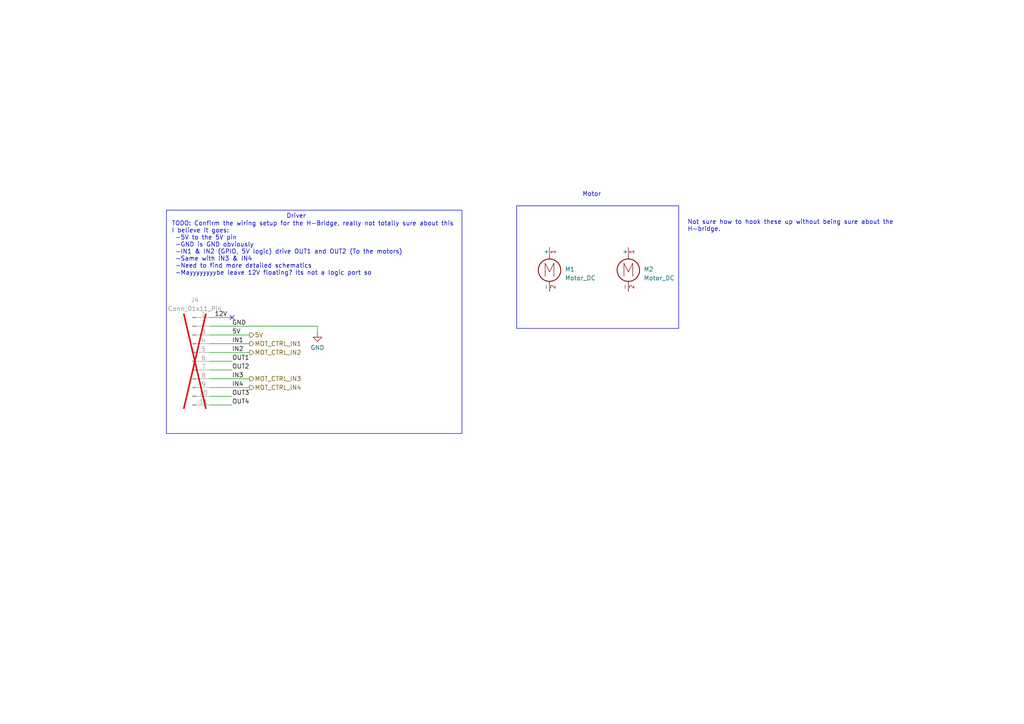
<source format=kicad_sch>
(kicad_sch (version 20230121) (generator eeschema)
  (paper "A4")
  (lib_symbols
    (symbol "Connector:Conn_01x11_Pin" (pin_names (offset 1.016) hide)
      (property "Reference" "J" (at 0 15.24 0))
      (property "Value" "Conn_01x11_Pin" (at 0 -15.24 0))
      (symbol "Conn_01x11_Pin_1_1"
        (polyline (pts (xy 1.27 -12.7) (xy 0.8636 -12.7)) (stroke (width 0.1524)))
        (polyline (pts (xy 1.27 -10.16) (xy 0.8636 -10.16)) (stroke (width 0.1524)))
        (polyline (pts (xy 1.27 -7.62) (xy 0.8636 -7.62)) (stroke (width 0.1524)))
        (polyline (pts (xy 1.27 -5.08) (xy 0.8636 -5.08)) (stroke (width 0.1524)))
        (polyline (pts (xy 1.27 -2.54) (xy 0.8636 -2.54)) (stroke (width 0.1524)))
        (polyline (pts (xy 1.27 0) (xy 0.8636 0)) (stroke (width 0.1524)))
        (polyline (pts (xy 1.27 2.54) (xy 0.8636 2.54)) (stroke (width 0.1524)))
        (polyline (pts (xy 1.27 5.08) (xy 0.8636 5.08)) (stroke (width 0.1524)))
        (polyline (pts (xy 1.27 7.62) (xy 0.8636 7.62)) (stroke (width 0.1524)))
        (polyline (pts (xy 1.27 10.16) (xy 0.8636 10.16)) (stroke (width 0.1524)))
        (polyline (pts (xy 1.27 12.7) (xy 0.8636 12.7)) (stroke (width 0.1524)))
        (rectangle (start 0.8636 -12.573) (end 0 -12.827) (stroke (width 0.1524)) (fill (type outline)))
        (rectangle (start 0.8636 -10.033) (end 0 -10.287) (stroke (width 0.1524)) (fill (type outline)))
        (rectangle (start 0.8636 -7.493) (end 0 -7.747) (stroke (width 0.1524)) (fill (type outline)))
        (rectangle (start 0.8636 -4.953) (end 0 -5.207) (stroke (width 0.1524)) (fill (type outline)))
        (rectangle (start 0.8636 -2.413) (end 0 -2.667) (stroke (width 0.1524)) (fill (type outline)))
        (rectangle (start 0.8636 0.127) (end 0 -0.127) (stroke (width 0.1524)) (fill (type outline)))
        (rectangle (start 0.8636 2.667) (end 0 2.413) (stroke (width 0.1524)) (fill (type outline)))
        (rectangle (start 0.8636 5.207) (end 0 4.953) (stroke (width 0.1524)) (fill (type outline)))
        (rectangle (start 0.8636 7.747) (end 0 7.493) (stroke (width 0.1524)) (fill (type outline)))
        (rectangle (start 0.8636 10.287) (end 0 10.033) (stroke (width 0.1524)) (fill (type outline)))
        (rectangle (start 0.8636 12.827) (end 0 12.573) (stroke (width 0.1524)) (fill (type outline)))
        (pin passive line (at 5.08 12.7 180) (length 3.81) (name "Pin_1") (number "1"))
        (pin passive line (at 5.08 -10.16 180) (length 3.81) (name "Pin_10") (number "10"))
        (pin passive line (at 5.08 -12.7 180) (length 3.81) (name "Pin_11") (number "11"))
        (pin passive line (at 5.08 10.16 180) (length 3.81) (name "Pin_2") (number "2"))
        (pin passive line (at 5.08 7.62 180) (length 3.81) (name "Pin_3") (number "3"))
        (pin passive line (at 5.08 5.08 180) (length 3.81) (name "Pin_4") (number "4"))
        (pin passive line (at 5.08 2.54 180) (length 3.81) (name "Pin_5") (number "5"))
        (pin passive line (at 5.08 0 180) (length 3.81) (name "Pin_6") (number "6"))
        (pin passive line (at 5.08 -2.54 180) (length 3.81) (name "Pin_7") (number "7"))
        (pin passive line (at 5.08 -5.08 180) (length 3.81) (name "Pin_8") (number "8"))
        (pin passive line (at 5.08 -7.62 180) (length 3.81) (name "Pin_9") (number "9"))
      )
    )
    (symbol "Motor:Motor_DC" (pin_names (offset 0))
      (property "Reference" "M" (at 2.54 2.54 0))
      (property "Value" "Motor_DC" (at 2.54 -5.08 0))
      (symbol "Motor_DC_0_0"
        (polyline (pts (xy -1.27 -3.302) (xy -1.27 0.508) (xy 0 -2.032) (xy 1.27 0.508) (xy 1.27 -3.302)))
      )
      (symbol "Motor_DC_0_1"
        (circle (center 0 -1.524) (radius 3.2512) (stroke (width 0.254)))
        (polyline (pts (xy 0 -7.62) (xy 0 -7.112)))
        (polyline (pts (xy 0 -4.7752) (xy 0 -5.1816)))
        (polyline (pts (xy 0 1.7272) (xy 0 2.0828)))
        (polyline (pts (xy 0 2.032) (xy 0 2.54)))
      )
      (symbol "Motor_DC_1_1"
        (pin passive line (at 0 5.08 270) (length 2.54) (name "+") (number "1"))
        (pin passive line (at 0 -7.62 90) (length 2.54) (name "-") (number "2"))
      )
    )
    (symbol "power:GND" (power) (pin_names (offset 0))
      (property "Value" "GND" (at 0 -3.81 0))
      (symbol "GND_0_1"
        (polyline (pts (xy 0 0) (xy 0 -1.27) (xy 1.27 -1.27) (xy 0 -2.54) (xy -1.27 -1.27) (xy 0 -1.27)))
      )
      (symbol "GND_1_1"
        (pin power_in line (at 0 0 270) (length 0) hide (name "GND") (number "1"))
      )
    )
  )
  (no_connect (at 67.31 92.075))
  (wire (pts (xy 60.96 112.395) (xy 72.39 112.395)))
  (wire (pts (xy 60.96 92.075) (xy 67.31 92.075)))
  (wire (pts (xy 60.96 107.315) (xy 67.31 107.315)))
  (wire (pts (xy 60.96 94.615) (xy 92.075 94.615)))
  (wire (pts (xy 60.96 109.855) (xy 72.39 109.855)))
  (wire (pts (xy 60.96 99.695) (xy 72.39 99.695)))
  (wire (pts (xy 60.96 97.155) (xy 72.39 97.155)))
  (wire (pts (xy 60.96 102.235) (xy 72.39 102.235)))
  (wire (pts (xy 60.96 117.475) (xy 67.31 117.475)))
  (wire (pts (xy 60.96 114.935) (xy 67.31 114.935)))
  (wire (pts (xy 92.075 94.615) (xy 92.075 96.52)))
  (wire (pts (xy 60.96 104.775) (xy 67.31 104.775)))
  (rectangle (start 48.26 60.96) (end 133.985 125.73))
  (rectangle (start 149.86 59.69) (end 196.85 95.25))
  (text "TODO: Confirm the wiring setup for the H-Bridge, really not totally sure about this\nI believe it goes:\n -5V to the 5V pin\n -GND is GND obviously\n -IN1 & IN2 (GPIO, 5V logic) drive OUT1 and OUT2 (To the motors)\n -Same with IN3 & IN4\n -Need to find more detailed schematics\n -Mayyyyyyyybe leave 12V floating? Its not a logic port so" (at 49.784 80.01 0) (effects (font (size 1.27 1.27)) (justify left bottom)))
  (text "Not sure how to hook these up without being sure about the\nH-bridge." (at 199.39 67.31 0) (effects (font (size 1.27 1.27)) (justify left bottom)))
  (text "Driver\n" (at 83.058 63.5 0) (effects (font (size 1.27 1.27)) (justify left bottom)))
  (text "Motor\n" (at 168.91 57.15 0) (effects (font (size 1.27 1.27)) (justify left bottom)))
  (label "12V" (at 62.23 92.075 0))
  (label "OUT4" (at 67.31 117.475 0))
  (label "IN1" (at 67.31 99.695 0))
  (label "OUT1" (at 67.31 104.775 0))
  (label "GND" (at 67.31 94.615 0))
  (label "OUT2" (at 67.31 107.315 0))
  (label "IN2" (at 67.31 102.235 0))
  (label "5V" (at 67.31 97.155 0))
  (label "IN4" (at 67.31 112.395 0))
  (label "IN3" (at 67.31 109.855 0))
  (label "OUT3" (at 67.31 114.935 0))
  (hierarchical_label "MOT_CTRL_IN2" (shape output) (at 72.39 102.235 0))
  (hierarchical_label "MOT_CTRL_IN4" (shape output) (at 72.39 112.395 0))
  (hierarchical_label "5V" (shape output) (at 72.39 97.155 0))
  (hierarchical_label "MOT_CTRL_IN3" (shape output) (at 72.39 109.855 0))
  (hierarchical_label "MOT_CTRL_IN1" (shape output) (at 72.39 99.695 0))
  (symbol (lib_id "power:GND") (at 92.075 96.52 0) (unit 1)
    (property "Reference" "#PWR013" (effects hide))
    (property "Value" "GND" (at 92.075 100.838 0))
  )
  (symbol (lib_id "Motor:Motor_DC") (at 182.245 76.835 0) (unit 1)
    (property "Reference" "M2" (at 186.69 78.105 0) (effects (justify left)))
    (property "Value" "Motor_DC" (at 186.69 80.645 0) (effects (justify left)))
  )
  (symbol (lib_id "Connector:Conn_01x11_Pin") (at 55.88 104.775 0) (unit 1) (dnp yes)
    (property "Reference" "J4" (at 56.515 86.995 0))
    (property "Value" "Conn_01x11_Pin" (at 56.515 89.535 0))
  )
  (symbol (lib_id "Motor:Motor_DC") (at 159.385 76.835 0) (unit 1)
    (property "Reference" "M1" (at 163.83 78.105 0) (effects (justify left)))
    (property "Value" "Motor_DC" (at 163.83 80.645 0) (effects (justify left)))
  )
)
</source>
